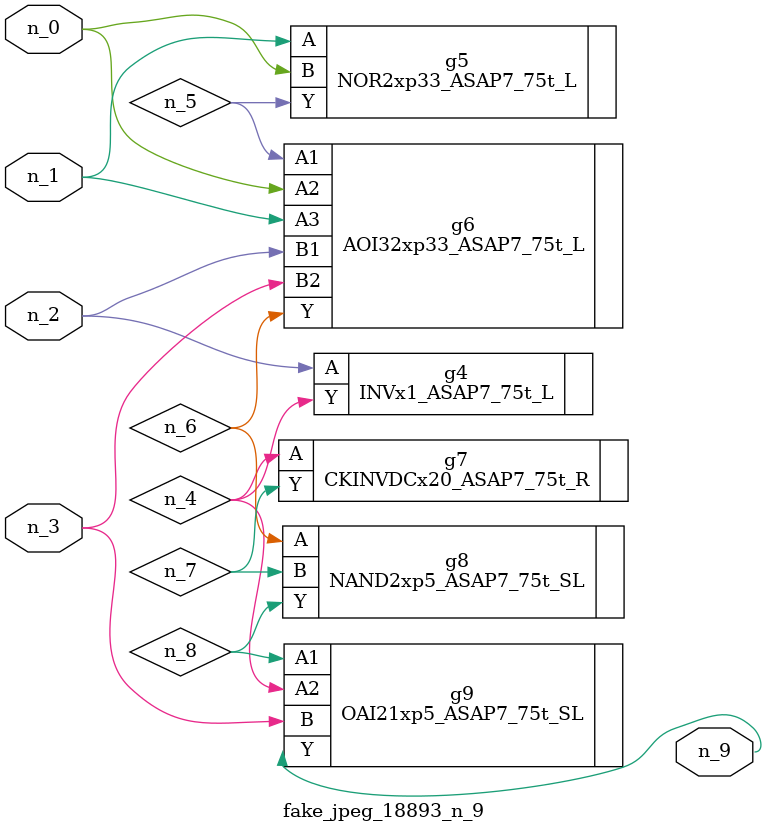
<source format=v>
module fake_jpeg_18893_n_9 (n_0, n_3, n_2, n_1, n_9);

input n_0;
input n_3;
input n_2;
input n_1;

output n_9;

wire n_4;
wire n_8;
wire n_6;
wire n_5;
wire n_7;

INVx1_ASAP7_75t_L g4 ( 
.A(n_2),
.Y(n_4)
);

NOR2xp33_ASAP7_75t_L g5 ( 
.A(n_1),
.B(n_0),
.Y(n_5)
);

AOI32xp33_ASAP7_75t_L g6 ( 
.A1(n_5),
.A2(n_0),
.A3(n_1),
.B1(n_2),
.B2(n_3),
.Y(n_6)
);

NAND2xp5_ASAP7_75t_SL g8 ( 
.A(n_6),
.B(n_7),
.Y(n_8)
);

CKINVDCx20_ASAP7_75t_R g7 ( 
.A(n_4),
.Y(n_7)
);

OAI21xp5_ASAP7_75t_SL g9 ( 
.A1(n_8),
.A2(n_4),
.B(n_3),
.Y(n_9)
);


endmodule
</source>
